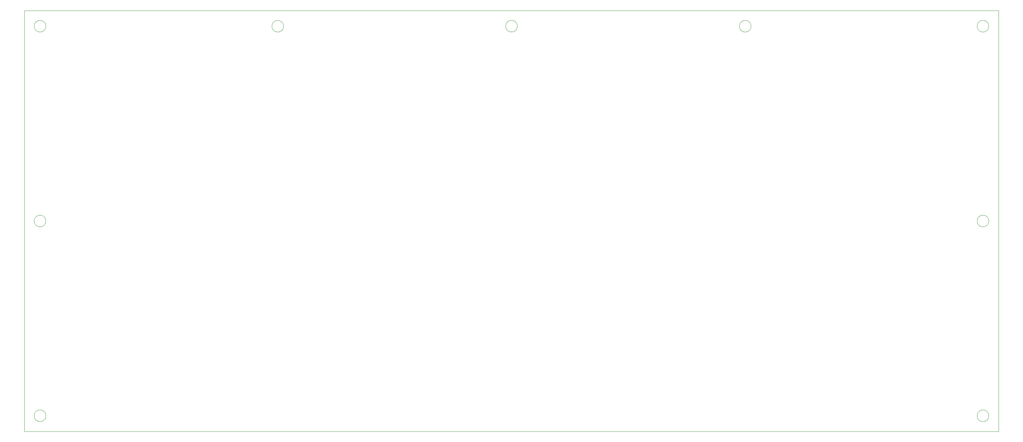
<source format=gm1>
G04 #@! TF.GenerationSoftware,KiCad,Pcbnew,5.1.5+dfsg1-2build2*
G04 #@! TF.CreationDate,2021-11-26T12:36:15+03:00*
G04 #@! TF.ProjectId,Motherboard,4d6f7468-6572-4626-9f61-72642e6b6963,rev?*
G04 #@! TF.SameCoordinates,Original*
G04 #@! TF.FileFunction,Profile,NP*
%FSLAX46Y46*%
G04 Gerber Fmt 4.6, Leading zero omitted, Abs format (unit mm)*
G04 Created by KiCad (PCBNEW 5.1.5+dfsg1-2build2) date 2021-11-26 12:36:15*
%MOMM*%
%LPD*%
G04 APERTURE LIST*
%ADD10C,0.050000*%
G04 APERTURE END LIST*
D10*
X268500000Y-69000000D02*
G75*
G03X268500000Y-69000000I-1500000J0D01*
G01*
X268500000Y-119000000D02*
G75*
G03X268500000Y-119000000I-1500000J0D01*
G01*
X26500000Y-119000000D02*
G75*
G03X26500000Y-119000000I-1500000J0D01*
G01*
X26500000Y-69000000D02*
G75*
G03X26500000Y-69000000I-1500000J0D01*
G01*
X26500000Y-19000000D02*
G75*
G03X26500000Y-19000000I-1500000J0D01*
G01*
X87500000Y-19000000D02*
G75*
G03X87500000Y-19000000I-1500000J0D01*
G01*
X147500000Y-19000000D02*
G75*
G03X147500000Y-19000000I-1500000J0D01*
G01*
X207500000Y-19000000D02*
G75*
G03X207500000Y-19000000I-1500000J0D01*
G01*
X268500000Y-19000000D02*
G75*
G03X268500000Y-19000000I-1500000J0D01*
G01*
X21000000Y-15000000D02*
X271000000Y-15000000D01*
X21000000Y-123000000D02*
X271000000Y-123000000D01*
X271000000Y-123000000D02*
X271000000Y-15000000D01*
X21000000Y-15000000D02*
X21000000Y-123000000D01*
M02*

</source>
